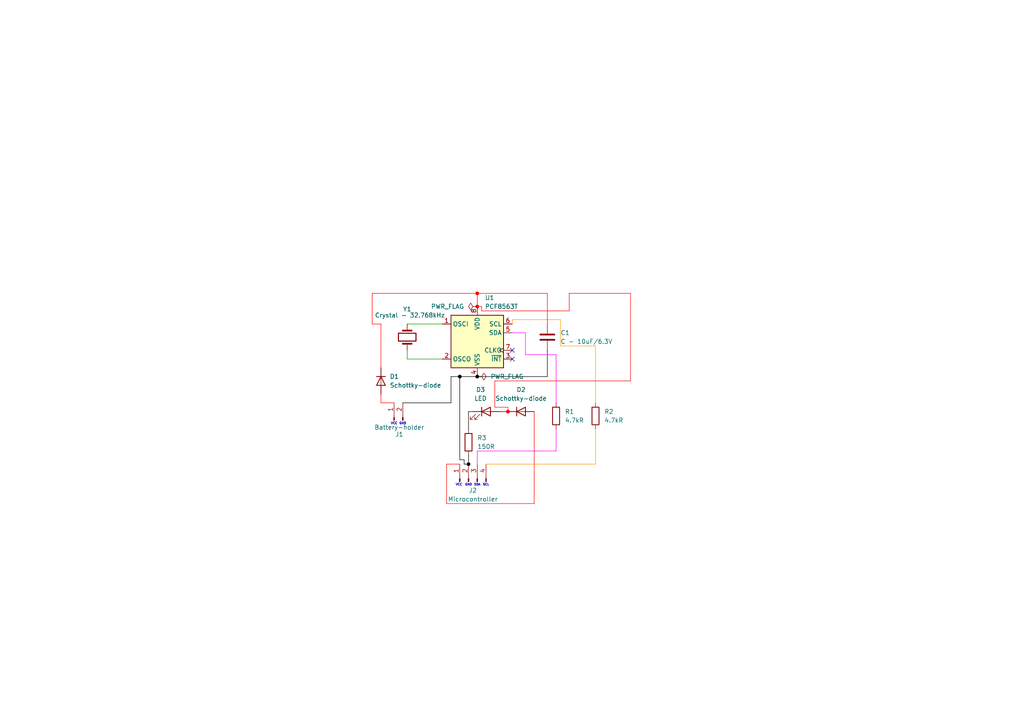
<source format=kicad_sch>
(kicad_sch (version 20231120) (generator "eeschema") (generator_version "8.0")
  (paper "A4")
  (lib_symbols
    (symbol "Connector:Conn_01x02_Pin" (pin_names (offset 1.016) hide)
      (property "Reference" "J" (at 0 2.54 0))
      (property "Value" "Conn_01x02_Pin" (at 0 -5.08 0))
      (symbol "Conn_01x02_Pin_1_1"
        (polyline (pts (xy 1.27 -2.54) (xy 0.8636 -2.54)) (stroke (width 0.1524)))
        (polyline (pts (xy 1.27 0) (xy 0.8636 0)) (stroke (width 0.1524)))
        (rectangle (start 0.8636 -2.413) (end 0 -2.667) (stroke (width 0.1524)) (fill (type outline)))
        (rectangle (start 0.8636 0.127) (end 0 -0.127) (stroke (width 0.1524)) (fill (type outline)))
        (pin passive line (at 5.08 0 180) (length 3.81) (name "Pin_1") (number "1"))
        (pin passive line (at 5.08 -2.54 180) (length 3.81) (name "Pin_2") (number "2"))
      )
    )
    (symbol "Connector:Conn_01x04_Pin" (pin_names (offset 1.016) hide)
      (property "Reference" "J" (at 0 5.08 0))
      (property "Value" "Conn_01x04_Pin" (at 0 -7.62 0))
      (symbol "Conn_01x04_Pin_1_1"
        (polyline (pts (xy 1.27 -5.08) (xy 0.8636 -5.08)) (stroke (width 0.1524)))
        (polyline (pts (xy 1.27 -2.54) (xy 0.8636 -2.54)) (stroke (width 0.1524)))
        (polyline (pts (xy 1.27 0) (xy 0.8636 0)) (stroke (width 0.1524)))
        (polyline (pts (xy 1.27 2.54) (xy 0.8636 2.54)) (stroke (width 0.1524)))
        (rectangle (start 0.8636 -4.953) (end 0 -5.207) (stroke (width 0.1524)) (fill (type outline)))
        (rectangle (start 0.8636 -2.413) (end 0 -2.667) (stroke (width 0.1524)) (fill (type outline)))
        (rectangle (start 0.8636 0.127) (end 0 -0.127) (stroke (width 0.1524)) (fill (type outline)))
        (rectangle (start 0.8636 2.667) (end 0 2.413) (stroke (width 0.1524)) (fill (type outline)))
        (pin passive line (at 5.08 2.54 180) (length 3.81) (name "Pin_1") (number "1"))
        (pin passive line (at 5.08 0 180) (length 3.81) (name "Pin_2") (number "2"))
        (pin passive line (at 5.08 -2.54 180) (length 3.81) (name "Pin_3") (number "3"))
        (pin passive line (at 5.08 -5.08 180) (length 3.81) (name "Pin_4") (number "4"))
      )
    )
    (symbol "Device:C" (pin_numbers hide) (pin_names (offset 0.254))
      (property "Reference" "C" (at 0.635 2.54 0))
      (property "Value" "C" (at 0.635 -2.54 0))
      (symbol "C_0_1"
        (polyline (pts (xy -2.032 -0.762) (xy 2.032 -0.762)) (stroke (width 0.508)))
        (polyline (pts (xy -2.032 0.762) (xy 2.032 0.762)) (stroke (width 0.508)))
      )
      (symbol "C_1_1"
        (pin passive line (at 0 3.81 270) (length 2.794) (name "~") (number "1"))
        (pin passive line (at 0 -3.81 90) (length 2.794) (name "~") (number "2"))
      )
    )
    (symbol "Device:Crystal" (pin_numbers hide) (pin_names (offset 1.016) hide)
      (property "Reference" "Y" (at 0 3.81 0))
      (property "Value" "Crystal" (at 0 -3.81 0))
      (symbol "Crystal_0_1"
        (rectangle (start -1.143 2.54) (end 1.143 -2.54) (stroke (width 0.3048)))
        (polyline (pts (xy -2.54 0) (xy -1.905 0)))
        (polyline (pts (xy -1.905 -1.27) (xy -1.905 1.27)) (stroke (width 0.508)))
        (polyline (pts (xy 1.905 -1.27) (xy 1.905 1.27)) (stroke (width 0.508)))
        (polyline (pts (xy 2.54 0) (xy 1.905 0)))
      )
      (symbol "Crystal_1_1"
        (pin passive line (at -3.81 0 0) (length 1.27) (name "1") (number "1"))
        (pin passive line (at 3.81 0 180) (length 1.27) (name "2") (number "2"))
      )
    )
    (symbol "Device:D" (pin_numbers hide) (pin_names (offset 1.016) hide)
      (property "Reference" "D" (at 0 2.54 0))
      (property "Value" "D" (at 0 -2.54 0))
      (symbol "D_0_1"
        (polyline (pts (xy -1.27 1.27) (xy -1.27 -1.27)) (stroke (width 0.254)))
        (polyline (pts (xy 1.27 0) (xy -1.27 0)))
        (polyline (pts (xy 1.27 1.27) (xy 1.27 -1.27) (xy -1.27 0) (xy 1.27 1.27)) (stroke (width 0.254)))
      )
      (symbol "D_1_1"
        (pin passive line (at -3.81 0 0) (length 2.54) (name "K") (number "1"))
        (pin passive line (at 3.81 0 180) (length 2.54) (name "A") (number "2"))
      )
    )
    (symbol "Device:LED" (pin_numbers hide) (pin_names (offset 1.016) hide)
      (property "Reference" "D" (at 0 2.54 0))
      (property "Value" "LED" (at 0 -2.54 0))
      (symbol "LED_0_1"
        (polyline (pts (xy -1.27 -1.27) (xy -1.27 1.27)) (stroke (width 0.254)))
        (polyline (pts (xy -1.27 0) (xy 1.27 0)))
        (polyline (pts (xy 1.27 -1.27) (xy 1.27 1.27) (xy -1.27 0) (xy 1.27 -1.27)) (stroke (width 0.254)))
        (polyline (pts (xy -3.048 -0.762) (xy -4.572 -2.286) (xy -3.81 -2.286) (xy -4.572 -2.286) (xy -4.572 -1.524)))
        (polyline (pts (xy -1.778 -0.762) (xy -3.302 -2.286) (xy -2.54 -2.286) (xy -3.302 -2.286) (xy -3.302 -1.524)))
      )
      (symbol "LED_1_1"
        (pin passive line (at -3.81 0 0) (length 2.54) (name "K") (number "1"))
        (pin passive line (at 3.81 0 180) (length 2.54) (name "A") (number "2"))
      )
    )
    (symbol "Device:R" (pin_numbers hide) (pin_names (offset 0))
      (property "Reference" "R" (at 2.032 0 90))
      (property "Value" "R" (at 0 0 90))
      (symbol "R_0_1"
        (rectangle (start -1.016 -2.54) (end 1.016 2.54) (stroke (width 0.254)))
      )
      (symbol "R_1_1"
        (pin passive line (at 0 3.81 270) (length 1.27) (name "~") (number "1"))
        (pin passive line (at 0 -3.81 90) (length 1.27) (name "~") (number "2"))
      )
    )
    (symbol "Timer_RTC:PCF8563T"
      (property "Reference" "U" (at -7.62 8.89 0))
      (property "Value" "PCF8563T" (at 2.54 8.89 0))
      (symbol "PCF8563T_0_1"
        (rectangle (start -7.62 7.62) (end 7.62 -7.62) (stroke (width 0.254)) (fill (type background)))
      )
      (symbol "PCF8563T_1_1"
        (pin input line (at -10.16 5.08 0) (length 2.54) (name "OSCI") (number "1"))
        (pin output line (at -10.16 -5.08 0) (length 2.54) (name "OSCO") (number "2"))
        (pin output line (at 10.16 -5.08 180) (length 2.54) (name "~{INT}") (number "3"))
        (pin power_in line (at 0 -10.16 90) (length 2.54) (name "VSS") (number "4"))
        (pin bidirectional line (at 10.16 2.54 180) (length 2.54) (name "SDA") (number "5"))
        (pin input line (at 10.16 5.08 180) (length 2.54) (name "SCL") (number "6"))
        (pin output clock (at 10.16 -2.54 180) (length 2.54) (name "CLKO") (number "7"))
        (pin power_in line (at 0 10.16 270) (length 2.54) (name "VDD") (number "8"))
      )
    )
    (symbol "power:PWR_FLAG" (power) (pin_numbers hide) (pin_names (offset 0) hide)
      (property "Value" "PWR_FLAG" (at 0 3.81 0))
      (symbol "PWR_FLAG_0_0"
        (pin power_out line (at 0 0 90) (length 0) (name "~") (number "1"))
      )
      (symbol "PWR_FLAG_0_1"
        (polyline (pts (xy 0 0) (xy 0 1.27) (xy -1.016 1.905) (xy 0 2.54) (xy 1.016 1.905) (xy 0 1.27)))
      )
    )
  )
  (junction (at 135.89 134.62) (color 0 0 0 1))
  (junction (at 133.35 109.22) (color 0 0 0 1))
  (junction (at 138.43 88.9) (color 255 0 0 1))
  (junction (at 138.43 109.22) (color 0 0 0 1))
  (junction (at 147.32 119.38) (color 255 0 0 1))
  (junction (at 138.43 85.09) (color 255 0 0 1))
  (no_connect (at 148.59 101.6))
  (no_connect (at 148.59 104.14))
  (wire (pts (xy 161.29 116.84) (xy 161.29 102.87)) (stroke (width 0) (color 255 0 255 1)))
  (wire (pts (xy 165.1 90.17) (xy 139.7 90.17)) (stroke (width 0) (color 255 0 0 1)))
  (wire (pts (xy 162.56 100.33) (xy 162.56 92.71)) (stroke (width 0) (color 255 153 0 1)))
  (wire (pts (xy 110.49 93.98) (xy 107.95 93.98)) (stroke (width 0) (color 255 0 0 1)))
  (wire (pts (xy 138.43 85.09) (xy 138.43 88.9)) (stroke (width 0) (color 255 0 0 1)))
  (wire (pts (xy 172.72 100.33) (xy 162.56 100.33)) (stroke (width 0) (color 255 153 0 1)))
  (wire (pts (xy 133.35 109.22) (xy 138.43 109.22)) (stroke (width 0) (color 0 0 0 1)))
  (wire (pts (xy 110.49 116.84) (xy 110.49 114.3)) (stroke (width 0) (color 255 0 0 1)))
  (wire (pts (xy 118.11 101.6) (xy 118.11 104.14)))
  (wire (pts (xy 143.51 110.49) (xy 143.51 118.11)) (stroke (width 0) (color 255 0 0 1)))
  (wire (pts (xy 154.94 119.38) (xy 154.94 146.05)) (stroke (width 0) (color 255 0 0 1)))
  (wire (pts (xy 134.62 133.35) (xy 133.35 133.35)) (stroke (width 0) (color 0 0 0 1)))
  (wire (pts (xy 162.56 92.71) (xy 148.59 92.71)) (stroke (width 0) (color 255 153 0 1)))
  (wire (pts (xy 182.88 85.09) (xy 182.88 110.49)) (stroke (width 0) (color 255 0 0 1)))
  (wire (pts (xy 118.11 93.98) (xy 128.27 93.98)))
  (wire (pts (xy 135.89 132.08) (xy 135.89 134.62)) (stroke (width 0) (color 0 0 0 1)))
  (wire (pts (xy 139.7 90.17) (xy 139.7 88.9)) (stroke (width 0) (color 255 0 0 1)))
  (wire (pts (xy 158.75 85.09) (xy 138.43 85.09)) (stroke (width 0) (color 255 0 0 1)))
  (wire (pts (xy 135.89 119.38) (xy 135.89 124.46)) (stroke (width 0) (color 0 0 0 1)))
  (wire (pts (xy 134.62 134.62) (xy 134.62 133.35)) (stroke (width 0) (color 0 0 0 1)))
  (wire (pts (xy 133.35 133.35) (xy 133.35 109.22)) (stroke (width 0) (color 0 0 0 1)))
  (wire (pts (xy 182.88 110.49) (xy 143.51 110.49)) (stroke (width 0) (color 255 0 0 1)))
  (wire (pts (xy 152.4 96.52) (xy 148.59 96.52)) (stroke (width 0) (color 255 0 255 1)))
  (wire (pts (xy 158.75 109.22) (xy 138.43 109.22)) (stroke (width 0) (color 0 0 0 1)))
  (wire (pts (xy 138.43 130.81) (xy 138.43 134.62)) (stroke (width 0) (color 255 0 255 1)))
  (wire (pts (xy 130.81 109.22) (xy 133.35 109.22)) (stroke (width 0) (color 0 0 0 1)))
  (wire (pts (xy 135.89 134.62) (xy 134.62 134.62)) (stroke (width 0) (color 0 0 0 1)))
  (wire (pts (xy 161.29 124.46) (xy 161.29 130.81)) (stroke (width 0) (color 255 0 255 1)))
  (wire (pts (xy 129.54 146.05) (xy 129.54 134.62)) (stroke (width 0) (color 255 0 0 1)))
  (wire (pts (xy 143.51 118.11) (xy 147.32 118.11)) (stroke (width 0) (color 255 0 0 1)))
  (wire (pts (xy 165.1 85.09) (xy 165.1 90.17)) (stroke (width 0) (color 255 0 0 1)))
  (wire (pts (xy 107.95 93.98) (xy 107.95 85.09)) (stroke (width 0) (color 255 0 0 1)))
  (wire (pts (xy 158.75 101.6) (xy 158.75 109.22)) (stroke (width 0) (color 0 0 0 1)))
  (wire (pts (xy 172.72 124.46) (xy 172.72 134.62)) (stroke (width 0) (color 255 153 0 1)))
  (wire (pts (xy 135.89 119.38) (xy 137.16 119.38)) (stroke (width 0) (color 0 0 0 1)))
  (wire (pts (xy 110.49 106.68) (xy 110.49 93.98)) (stroke (width 0) (color 255 0 0 1)))
  (wire (pts (xy 139.7 88.9) (xy 138.43 88.9)) (stroke (width 0) (color 255 0 0 1)))
  (wire (pts (xy 154.94 146.05) (xy 129.54 146.05)) (stroke (width 0) (color 255 0 0 1)))
  (wire (pts (xy 107.95 85.09) (xy 138.43 85.09)) (stroke (width 0) (color 255 0 0 1)))
  (wire (pts (xy 172.72 134.62) (xy 140.97 134.62)) (stroke (width 0) (color 255 153 0 1)))
  (wire (pts (xy 172.72 116.84) (xy 172.72 100.33)) (stroke (width 0) (color 255 153 0 1)))
  (wire (pts (xy 161.29 130.81) (xy 138.43 130.81)) (stroke (width 0) (color 255 0 255 1)))
  (wire (pts (xy 152.4 102.87) (xy 152.4 96.52)) (stroke (width 0) (color 255 0 255 1)))
  (wire (pts (xy 161.29 102.87) (xy 152.4 102.87)) (stroke (width 0) (color 255 0 255 1)))
  (wire (pts (xy 118.11 104.14) (xy 128.27 104.14)))
  (wire (pts (xy 158.75 93.98) (xy 158.75 85.09)) (stroke (width 0) (color 255 0 0 1)))
  (wire (pts (xy 130.81 116.84) (xy 130.81 109.22)) (stroke (width 0) (color 0 0 0 1)))
  (wire (pts (xy 147.32 118.11) (xy 147.32 119.38)) (stroke (width 0) (color 255 0 0 1)))
  (wire (pts (xy 144.78 119.38) (xy 147.32 119.38)) (stroke (width 0) (color 0 0 0 1)))
  (wire (pts (xy 129.54 134.62) (xy 133.35 134.62)) (stroke (width 0) (color 255 0 0 1)))
  (wire (pts (xy 116.84 116.84) (xy 130.81 116.84)) (stroke (width 0) (color 0 0 0 1)))
  (wire (pts (xy 114.3 116.84) (xy 110.49 116.84)) (stroke (width 0) (color 255 0 0 1)))
  (wire (pts (xy 182.88 85.09) (xy 165.1 85.09)) (stroke (width 0) (color 255 0 0 1)))
  (wire (pts (xy 148.59 92.71) (xy 148.59 93.98)) (stroke (width 0) (color 255 153 0 1)))
  (text "SCL" (at 140.97 140.716 0) (effects (font (size 0.635 0.635))))
  (text "GND" (at 135.89 140.716 0) (effects (font (size 0.635 0.635))))
  (text "VCC" (at 114.3 122.936 0) (effects (font (size 0.635 0.635))))
  (text "GND" (at 116.84 122.936 0) (effects (font (size 0.635 0.635))))
  (text "VCC" (at 133.096 140.716 0) (effects (font (size 0.635 0.635))))
  (text "SDA" (at 138.43 140.716 0) (effects (font (size 0.635 0.635))))
  (symbol (lib_id "power:PWR_FLAG") (at 138.43 109.22 270) (unit 1)
    (property "Reference" "#FLG02" (effects (hide yes)))
    (property "Value" "PWR_FLAG" (at 142.24 109.2199 90) (effects (justify left)))
    (property "Description" "Special symbol for telling ERC where power comes from" (effects (hide yes)))
  )
  (symbol (lib_id "Device:Crystal") (at 118.11 97.79 270) (unit 1)
    (property "Reference" "Y1" (at 116.84 89.662 90) (effects (justify left)))
    (property "Value" "Crystal - 32.768kHz" (at 108.712 91.44 90) (effects (justify left)))
    (property "Footprint" "Crystal:Crystal_SMD_MicroCrystal_CC1V-T1A-2Pin_8.0x3.7mm_HandSoldering" (effects (hide yes)))
    (property "Description" "Two pin crystal" (effects (hide yes)))
  )
  (symbol (lib_id "Device:R") (at 135.89 128.27 180) (unit 1)
    (property "Reference" "R3" (at 138.43 126.9999 0) (effects (justify right)))
    (property "Value" "150R" (at 138.43 129.5399 0) (effects (justify right)))
    (property "Footprint" "Resistor_SMD:R_0805_2012Metric_Pad1.20x1.40mm_HandSolder" (effects (hide yes)))
    (property "Description" "Resistor" (effects (hide yes)))
  )
  (symbol (lib_id "Device:LED") (at 140.97 119.38 0) (unit 1)
    (property "Reference" "D3" (at 139.3825 113.03 0))
    (property "Value" "LED" (at 139.3825 115.57 0))
    (property "Footprint" "LED_SMD:LED_0805_2012Metric_Pad1.15x1.40mm_HandSolder" (effects (hide yes)))
    (property "Description" "Light emitting diode" (effects (hide yes)))
  )
  (symbol (lib_id "Connector:Conn_01x04_Pin") (at 135.89 139.7 90) (unit 1)
    (property "Reference" "J2" (at 137.16 142.24 90))
    (property "Value" "Microcontroller" (at 137.16 144.78 90))
    (property "Footprint" "Connector_PinHeader_2.54mm:PinHeader_1x04_P2.54mm_Vertical" (effects (hide yes)))
    (property "Description" "Generic connector, single row, 01x04, script generated" (effects (hide yes)))
  )
  (symbol (lib_id "Timer_RTC:PCF8563T") (at 138.43 99.06 0) (unit 1)
    (property "Reference" "U1" (at 140.6241 86.36 0) (effects (justify left)))
    (property "Value" "PCF8563T" (at 140.6241 88.9 0) (effects (justify left)))
    (property "Footprint" "Package_SO:SOIC-8_3.9x4.9mm_P1.27mm" (effects (hide yes)))
    (property "Datasheet" "https://www.nxp.com/docs/en/data-sheet/PCF8563.pdf" (effects (hide yes)))
    (property "Description" "Realtime Clock/Calendar I2C Interface, SOIC-8" (effects (hide yes)))
  )
  (symbol (lib_id "Device:D") (at 151.13 119.38 0) (unit 1)
    (property "Reference" "D2" (at 151.13 113.03 0))
    (property "Value" "Schottky-diode" (at 151.13 115.57 0))
    (property "Footprint" "SS14_Schottky:DO-214AC_VIS" (effects (hide yes)))
    (property "Description" "Diode" (effects (hide yes)))
    (property "Sim.Device" "D" (effects (hide yes)))
    (property "Sim.Pins" "1=K 2=A" (effects (hide yes)))
  )
  (symbol (lib_id "Device:R") (at 161.29 120.65 180) (unit 1)
    (property "Reference" "R1" (at 163.83 119.3799 0) (effects (justify right)))
    (property "Value" "4.7kR" (at 163.83 121.9199 0) (effects (justify right)))
    (property "Footprint" "Resistor_SMD:R_0805_2012Metric_Pad1.20x1.40mm_HandSolder" (effects (hide yes)))
    (property "Description" "Resistor" (effects (hide yes)))
  )
  (symbol (lib_id "power:PWR_FLAG") (at 138.43 88.9 90) (unit 1)
    (property "Reference" "#FLG01" (effects (hide yes)))
    (property "Value" "PWR_FLAG" (at 134.62 88.8999 90) (effects (justify left)))
    (property "Description" "Special symbol for telling ERC where power comes from" (effects (hide yes)))
  )
  (symbol (lib_id "Device:R") (at 172.72 120.65 180) (unit 1)
    (property "Reference" "R2" (at 175.26 119.3799 0) (effects (justify right)))
    (property "Value" "4.7kR" (at 175.26 121.9199 0) (effects (justify right)))
    (property "Footprint" "Resistor_SMD:R_0805_2012Metric_Pad1.20x1.40mm_HandSolder" (effects (hide yes)))
    (property "Description" "Resistor" (effects (hide yes)))
  )
  (symbol (lib_id "Connector:Conn_01x02_Pin") (at 114.3 121.92 90) (unit 1)
    (property "Reference" "J1" (at 115.824 125.984 90))
    (property "Value" "Battery-holder" (at 115.824 123.952 90))
    (property "Footprint" "Battery:BatteryHolder_Keystone_103_1x20mm" (effects (hide yes)))
    (property "Description" "Generic connector, single row, 01x02, script generated" (effects (hide yes)))
  )
  (symbol (lib_id "Device:D") (at 110.49 110.49 270) (unit 1)
    (property "Reference" "D1" (at 113.03 109.2199 90) (effects (justify left)))
    (property "Value" "Schottky-diode" (at 113.03 111.7599 90) (effects (justify left)))
    (property "Footprint" "SS14_Schottky:DO-214AC_VIS" (effects (hide yes)))
    (property "Description" "Diode" (effects (hide yes)))
    (property "Sim.Device" "D" (effects (hide yes)))
    (property "Sim.Pins" "1=K 2=A" (effects (hide yes)))
  )
  (symbol (lib_id "Device:C") (at 158.75 97.79 180) (unit 1)
    (property "Reference" "C1" (at 162.56 96.5199 0) (effects (justify right)))
    (property "Value" "C - 10uF/6.3V" (at 162.56 99.0599 0) (effects (justify right)))
    (property "Footprint" "Capacitor_SMD:C_0805_2012Metric_Pad1.18x1.45mm_HandSolder" (effects (hide yes)))
    (property "Description" "Unpolarized capacitor" (effects (hide yes)))
  )
)
</source>
